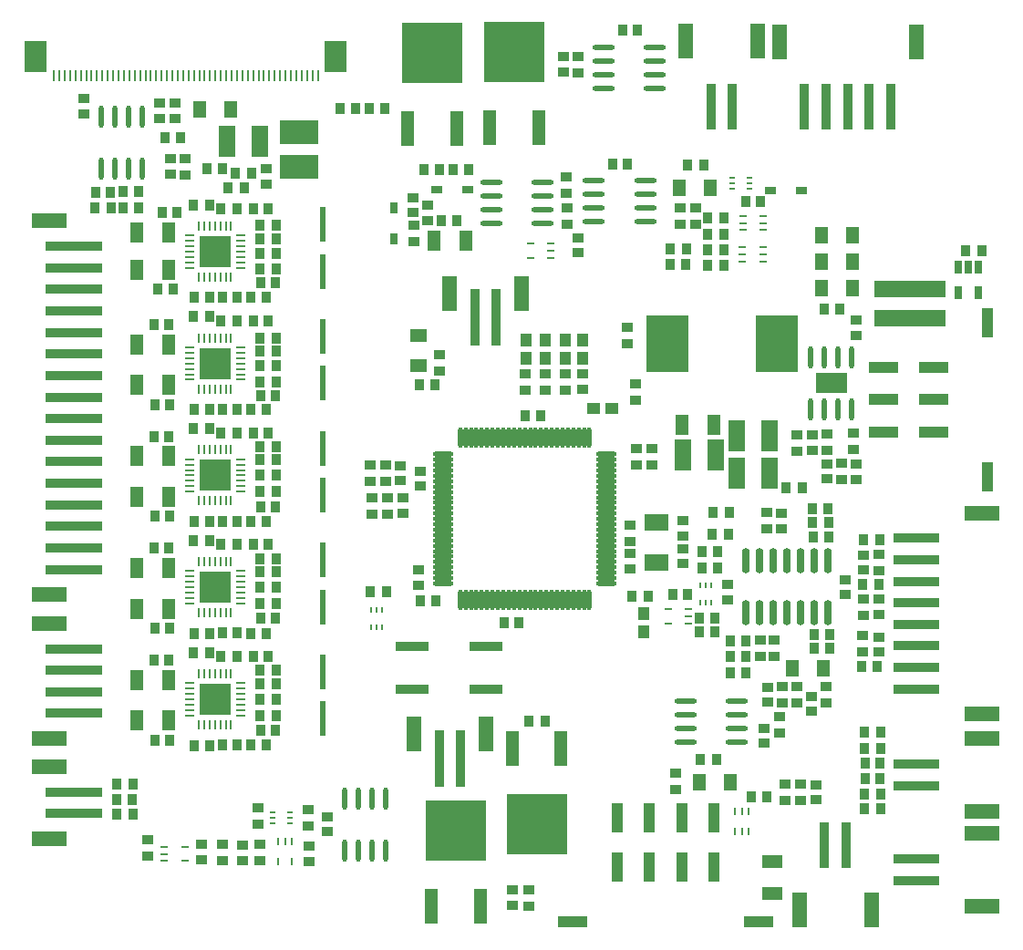
<source format=gtp>
%FSLAX25Y25*%
%MOIN*%
G70*
G01*
G75*
G04 Layer_Color=8421504*
%ADD10R,0.03543X0.02756*%
%ADD11R,0.02756X0.03543*%
%ADD12R,0.03150X0.03543*%
%ADD13R,0.01181X0.02559*%
%ADD14R,0.13780X0.08465*%
%ADD15R,0.05315X0.11024*%
%ADD16R,0.05906X0.13386*%
%ADD17R,0.03937X0.21654*%
%ADD18R,0.03347X0.01378*%
%ADD19R,0.02559X0.01181*%
%ADD20R,0.03543X0.03150*%
%ADD21C,0.03937*%
%ADD22R,0.13386X0.05906*%
%ADD23R,0.17716X0.03937*%
%ADD24R,0.12402X0.12402*%
%ADD25O,0.04134X0.00787*%
%ADD26O,0.00787X0.04134*%
%ADD27O,0.02362X0.08661*%
%ADD28R,0.21654X0.03937*%
%ADD29R,0.02756X0.13583*%
%ADD30R,0.25590X0.05709*%
%ADD31R,0.02362X0.04331*%
%ADD32R,0.01378X0.03543*%
%ADD33R,0.21850X0.21260*%
%ADD34R,0.03937X0.12008*%
%ADD35R,0.02362X0.03543*%
%ADD36R,0.03543X0.02362*%
%ADD37R,0.05118X0.07087*%
%ADD38R,0.07087X0.05118*%
%ADD39O,0.08661X0.02362*%
%ADD40R,0.04528X0.06890*%
%ADD41R,0.09055X0.12205*%
%ADD42R,0.00980X0.04331*%
%ADD43R,0.05000X0.11496*%
%ADD44R,0.11496X0.05000*%
%ADD45R,0.09449X0.06693*%
%ADD46O,0.01181X0.07087*%
%ADD47O,0.07087X0.01181*%
%ADD48R,0.15157X0.20276*%
%ADD49R,0.12205X0.07874*%
%ADD50R,0.03347X0.04134*%
%ADD51R,0.04134X0.03347*%
%ADD52R,0.03937X0.17716*%
%ADD53R,0.12598X0.03937*%
%ADD54R,0.01378X0.03347*%
%ADD55R,0.06890X0.04528*%
%ADD56C,0.00800*%
%ADD57C,0.01200*%
%ADD58C,0.00600*%
%ADD59C,0.02000*%
%ADD60C,0.01000*%
%ADD61C,0.02500*%
%ADD62C,0.01500*%
%ADD63R,0.10255X0.13405*%
%ADD64R,0.05906X0.05906*%
%ADD65C,0.05906*%
%ADD66C,0.23622*%
%ADD67C,0.06000*%
%ADD68C,0.02400*%
%ADD69C,0.04000*%
%ADD70C,0.05943*%
%ADD71C,0.05550*%
%ADD72C,0.03600*%
%ADD73C,0.14998*%
%ADD74C,0.00984*%
%ADD75C,0.02362*%
%ADD76C,0.01575*%
%ADD77C,0.00787*%
%ADD78R,0.06700X0.01600*%
%ADD79R,0.01600X0.06700*%
%ADD80R,0.12900X0.03400*%
%ADD81R,0.14400X0.11900*%
%ADD82R,0.04143X0.03356*%
%ADD83R,0.03356X0.04143*%
%ADD84R,0.03750X0.04143*%
%ADD85R,0.00630X0.02008*%
%ADD86R,0.14379X0.09065*%
%ADD87R,0.05915X0.11624*%
%ADD88R,0.05306X0.12786*%
%ADD89R,0.03337X0.21054*%
%ADD90R,0.02795X0.00827*%
%ADD91R,0.02008X0.00630*%
%ADD92R,0.04143X0.03750*%
%ADD93R,0.12786X0.05306*%
%ADD94R,0.17116X0.03337*%
%ADD95R,0.11402X0.11402*%
%ADD96O,0.03934X0.00587*%
%ADD97O,0.00587X0.03934*%
%ADD98O,0.02962X0.09261*%
%ADD99R,0.21054X0.03337*%
%ADD100R,0.02156X0.12983*%
%ADD101R,0.26191X0.06309*%
%ADD102R,0.02962X0.04931*%
%ADD103R,0.00827X0.02992*%
%ADD104R,0.22450X0.21860*%
%ADD105R,0.04537X0.12608*%
%ADD106R,0.02962X0.04143*%
%ADD107R,0.04143X0.02962*%
%ADD108R,0.04518X0.06487*%
%ADD109R,0.06487X0.04518*%
%ADD110O,0.08061X0.01762*%
%ADD111O,0.01762X0.08061*%
%ADD112R,0.05128X0.07490*%
%ADD113R,0.08455X0.11605*%
%ADD114R,0.00780X0.04131*%
%ADD115R,0.04400X0.10896*%
%ADD116R,0.10896X0.04400*%
%ADD117R,0.08849X0.06093*%
%ADD118O,0.01781X0.07687*%
%ADD119O,0.07687X0.01781*%
%ADD120R,0.15757X0.20876*%
%ADD121R,0.11605X0.07274*%
%ADD122R,0.03947X0.04734*%
%ADD123R,0.04734X0.03947*%
%ADD124R,0.03337X0.17116*%
%ADD125R,0.11998X0.03337*%
%ADD126R,0.00827X0.02795*%
%ADD127R,0.07490X0.05128*%
D82*
X249000Y259347D02*
D03*
Y265253D02*
D03*
X243400Y259347D02*
D03*
Y265253D02*
D03*
X279500Y73247D02*
D03*
Y79153D02*
D03*
X48700Y28447D02*
D03*
Y34353D02*
D03*
X225100Y143247D02*
D03*
Y149153D02*
D03*
X224100Y215747D02*
D03*
Y221653D02*
D03*
X296500Y90153D02*
D03*
Y84247D02*
D03*
X25400Y305453D02*
D03*
Y299547D02*
D03*
X241500Y52647D02*
D03*
Y58553D02*
D03*
X76000Y26647D02*
D03*
Y32553D02*
D03*
X83200Y26547D02*
D03*
Y32453D02*
D03*
X89700Y26647D02*
D03*
Y32553D02*
D03*
X232900Y177253D02*
D03*
Y171347D02*
D03*
X227300Y177253D02*
D03*
Y171347D02*
D03*
X53000Y303753D02*
D03*
Y297847D02*
D03*
X58600Y303753D02*
D03*
Y297847D02*
D03*
X107400Y45253D02*
D03*
Y39347D02*
D03*
X281500Y54653D02*
D03*
Y48747D02*
D03*
X287200D02*
D03*
Y54653D02*
D03*
X316004Y138553D02*
D03*
Y132647D02*
D03*
X286052Y84347D02*
D03*
Y90253D02*
D03*
X310400Y122253D02*
D03*
Y116347D02*
D03*
X309904Y103047D02*
D03*
Y108953D02*
D03*
X280752Y84347D02*
D03*
Y90253D02*
D03*
X272552Y101247D02*
D03*
Y107153D02*
D03*
X62300Y283353D02*
D03*
Y277447D02*
D03*
X277652Y107153D02*
D03*
Y101247D02*
D03*
X201175Y204653D02*
D03*
Y198747D02*
D03*
X193950Y204653D02*
D03*
Y198747D02*
D03*
X186726Y204653D02*
D03*
Y198747D02*
D03*
X207602Y204753D02*
D03*
Y198847D02*
D03*
X227000Y200953D02*
D03*
Y195047D02*
D03*
X145800Y258953D02*
D03*
Y253047D02*
D03*
X187900Y10147D02*
D03*
Y16053D02*
D03*
X155300Y205647D02*
D03*
Y211553D02*
D03*
X280348Y147847D02*
D03*
Y153753D02*
D03*
X274948Y153853D02*
D03*
Y147947D02*
D03*
X151000Y266453D02*
D03*
Y260547D02*
D03*
X206098Y320653D02*
D03*
Y314747D02*
D03*
X202100Y265353D02*
D03*
Y259447D02*
D03*
X201700Y276653D02*
D03*
Y270747D02*
D03*
X296867Y182715D02*
D03*
Y176810D02*
D03*
X306467Y182915D02*
D03*
Y177010D02*
D03*
X285900Y182153D02*
D03*
Y176247D02*
D03*
X307567Y165910D02*
D03*
Y171815D02*
D03*
X302167Y166110D02*
D03*
Y172015D02*
D03*
X136298Y153447D02*
D03*
Y159353D02*
D03*
X130696Y153447D02*
D03*
Y159353D02*
D03*
X135548Y165347D02*
D03*
Y171253D02*
D03*
X130096Y165347D02*
D03*
Y171253D02*
D03*
X88900Y40047D02*
D03*
Y45953D02*
D03*
D83*
X245453Y244800D02*
D03*
X239547D02*
D03*
X245553Y250200D02*
D03*
X239647D02*
D03*
X269147Y50000D02*
D03*
X275053D02*
D03*
X130047Y125050D02*
D03*
X135953D02*
D03*
X65347Y102800D02*
D03*
X71253D02*
D03*
X65347Y143700D02*
D03*
X71253D02*
D03*
X65347Y184600D02*
D03*
X71253D02*
D03*
X65347Y225500D02*
D03*
X71253D02*
D03*
X65347Y266400D02*
D03*
X71253D02*
D03*
X81353Y101300D02*
D03*
X75447D02*
D03*
X81353Y142200D02*
D03*
X75447D02*
D03*
X81353Y183100D02*
D03*
X75447D02*
D03*
X81353Y224000D02*
D03*
X75447D02*
D03*
X81353Y265000D02*
D03*
X75447D02*
D03*
X65547Y68700D02*
D03*
X71453D02*
D03*
X65547Y109600D02*
D03*
X71453D02*
D03*
X65547Y150600D02*
D03*
X71453D02*
D03*
X65547Y191600D02*
D03*
X71453D02*
D03*
X65547Y232500D02*
D03*
X71453D02*
D03*
X89647Y79700D02*
D03*
X95553D02*
D03*
X89647Y120600D02*
D03*
X95553D02*
D03*
X89647Y161500D02*
D03*
X95553D02*
D03*
X89747Y201800D02*
D03*
X95653D02*
D03*
X89647Y243000D02*
D03*
X95553D02*
D03*
Y96207D02*
D03*
X89647D02*
D03*
X95553Y137107D02*
D03*
X89647D02*
D03*
X95553Y178007D02*
D03*
X89647D02*
D03*
X95653Y217807D02*
D03*
X89747D02*
D03*
X95553Y259007D02*
D03*
X89647D02*
D03*
X95553Y85800D02*
D03*
X89647D02*
D03*
X95553Y126700D02*
D03*
X89647D02*
D03*
X95553Y167600D02*
D03*
X89647D02*
D03*
X95653Y207600D02*
D03*
X89747D02*
D03*
X95553Y248800D02*
D03*
X89647D02*
D03*
X95553Y91407D02*
D03*
X89647D02*
D03*
X95553Y132307D02*
D03*
X89647D02*
D03*
X95553Y173207D02*
D03*
X89647D02*
D03*
X95653Y212907D02*
D03*
X89747D02*
D03*
X95553Y254107D02*
D03*
X89647D02*
D03*
X347651Y249600D02*
D03*
X353557D02*
D03*
X291647Y150300D02*
D03*
X297553D02*
D03*
X297705Y145100D02*
D03*
X291799D02*
D03*
X255447Y154000D02*
D03*
X261353D02*
D03*
X147847Y200800D02*
D03*
X153753D02*
D03*
X310747Y45500D02*
D03*
X316653D02*
D03*
Y51100D02*
D03*
X310747D02*
D03*
Y73496D02*
D03*
X316653D02*
D03*
X250199Y115300D02*
D03*
X256105D02*
D03*
X316653Y67596D02*
D03*
X310747D02*
D03*
X316357Y144100D02*
D03*
X310451D02*
D03*
X256105Y110200D02*
D03*
X250199D02*
D03*
X315957Y127700D02*
D03*
X310051D02*
D03*
X315457Y97800D02*
D03*
X309551D02*
D03*
X80647Y278100D02*
D03*
X86553D02*
D03*
X70147Y279500D02*
D03*
X76053D02*
D03*
X54847Y290900D02*
D03*
X60753D02*
D03*
X298053Y109300D02*
D03*
X292147D02*
D03*
X251199Y133800D02*
D03*
X257105D02*
D03*
X261499Y107000D02*
D03*
X267405D02*
D03*
Y95400D02*
D03*
X261499D02*
D03*
X231653Y123200D02*
D03*
X225747D02*
D03*
X245947Y281000D02*
D03*
X251853D02*
D03*
X250747Y63681D02*
D03*
X256653D02*
D03*
X124753Y301800D02*
D03*
X118847D02*
D03*
X160147Y279200D02*
D03*
X166053D02*
D03*
X77947Y272600D02*
D03*
X83853D02*
D03*
X260905Y146100D02*
D03*
X254999D02*
D03*
X155847Y260500D02*
D03*
X161753D02*
D03*
X45453Y265300D02*
D03*
X39547D02*
D03*
X35253D02*
D03*
X29347D02*
D03*
X193853Y77500D02*
D03*
X187947D02*
D03*
X282047Y162900D02*
D03*
X287953D02*
D03*
X259253Y249900D02*
D03*
X253347D02*
D03*
X259253Y244300D02*
D03*
X253347D02*
D03*
X259253Y261500D02*
D03*
X253347D02*
D03*
X259253Y255600D02*
D03*
X253347D02*
D03*
X43153Y43700D02*
D03*
X37247D02*
D03*
X37247Y54600D02*
D03*
X43153D02*
D03*
D84*
X292344Y104200D02*
D03*
X297856D02*
D03*
X50944Y100000D02*
D03*
X56456D02*
D03*
X50944Y140900D02*
D03*
X56456D02*
D03*
X50944Y181800D02*
D03*
X56456D02*
D03*
X50944Y222700D02*
D03*
X56456D02*
D03*
X53944Y263500D02*
D03*
X59456D02*
D03*
X51144Y70700D02*
D03*
X56656D02*
D03*
X51144Y111600D02*
D03*
X56656D02*
D03*
X51144Y152500D02*
D03*
X56656D02*
D03*
X51144Y193400D02*
D03*
X56656D02*
D03*
X52344Y235600D02*
D03*
X57856D02*
D03*
X92656Y101300D02*
D03*
X87144D02*
D03*
X92656Y142200D02*
D03*
X87144D02*
D03*
X92656Y183100D02*
D03*
X87144D02*
D03*
X92656Y224000D02*
D03*
X87144D02*
D03*
X92656Y265000D02*
D03*
X87144D02*
D03*
X86344Y68900D02*
D03*
X91856D02*
D03*
X86344Y109800D02*
D03*
X91856D02*
D03*
X86344Y150700D02*
D03*
X91856D02*
D03*
X86344Y191600D02*
D03*
X91856D02*
D03*
X86344Y232500D02*
D03*
X91856D02*
D03*
X89844Y74300D02*
D03*
X95356D02*
D03*
X89844Y115200D02*
D03*
X95356D02*
D03*
X89844Y156100D02*
D03*
X95356D02*
D03*
X89944Y196700D02*
D03*
X95456D02*
D03*
X89844Y237900D02*
D03*
X95356D02*
D03*
X75844Y69000D02*
D03*
X81356D02*
D03*
X75844Y109900D02*
D03*
X81356D02*
D03*
X75844Y150800D02*
D03*
X81356D02*
D03*
X75844Y191700D02*
D03*
X81356D02*
D03*
X75844Y232600D02*
D03*
X81356D02*
D03*
X291644Y155300D02*
D03*
X297156D02*
D03*
X129744Y301800D02*
D03*
X135256D02*
D03*
X155256Y279200D02*
D03*
X149744D02*
D03*
X45256Y271200D02*
D03*
X39744D02*
D03*
X35056Y271100D02*
D03*
X29544D02*
D03*
X227656Y330300D02*
D03*
X222144D02*
D03*
X224056Y281400D02*
D03*
X218544D02*
D03*
X301523Y228362D02*
D03*
X296011D02*
D03*
X192156Y189300D02*
D03*
X186644D02*
D03*
X153956Y121800D02*
D03*
X148444D02*
D03*
X178844Y113500D02*
D03*
X184356D02*
D03*
X261696Y101200D02*
D03*
X267208D02*
D03*
X251396Y139800D02*
D03*
X256908D02*
D03*
X316456Y62400D02*
D03*
X310944D02*
D03*
X316456Y56700D02*
D03*
X310944D02*
D03*
X267244Y267800D02*
D03*
X272756D02*
D03*
X37444Y49000D02*
D03*
X42956D02*
D03*
X240544Y123900D02*
D03*
X246056D02*
D03*
D85*
X134268Y112150D02*
D03*
X132300D02*
D03*
X130332D02*
D03*
Y118450D02*
D03*
X132300D02*
D03*
X134268D02*
D03*
X254668Y127350D02*
D03*
X252700D02*
D03*
X250731D02*
D03*
Y121050D02*
D03*
X252700D02*
D03*
X254668D02*
D03*
D86*
X103800Y293098D02*
D03*
Y280302D02*
D03*
D87*
X77496Y289600D02*
D03*
X89504D02*
D03*
X256204Y175000D02*
D03*
X244196D02*
D03*
X264003Y181952D02*
D03*
X276011D02*
D03*
X264103Y168452D02*
D03*
X276111D02*
D03*
D88*
X158911Y234129D02*
D03*
X185289D02*
D03*
X286811Y8658D02*
D03*
X313189D02*
D03*
X271593Y326203D02*
D03*
X245215D02*
D03*
X279500Y326110D02*
D03*
X329500D02*
D03*
X172289Y72929D02*
D03*
X145911D02*
D03*
D89*
X176037Y225271D02*
D03*
X168163D02*
D03*
X155163Y64071D02*
D03*
X163037D02*
D03*
D90*
X196040Y247041D02*
D03*
Y249600D02*
D03*
Y252159D02*
D03*
X188560D02*
D03*
Y247041D02*
D03*
X266060Y250859D02*
D03*
Y248300D02*
D03*
Y245741D02*
D03*
X273540D02*
D03*
Y248300D02*
D03*
Y250859D02*
D03*
X62240Y31667D02*
D03*
Y26549D02*
D03*
X54760D02*
D03*
Y29108D02*
D03*
Y31667D02*
D03*
X266160Y262359D02*
D03*
Y259800D02*
D03*
Y257241D02*
D03*
X273640D02*
D03*
Y259800D02*
D03*
Y262359D02*
D03*
X238860Y113441D02*
D03*
Y118559D02*
D03*
X246340D02*
D03*
Y116000D02*
D03*
Y113441D02*
D03*
D91*
X262450Y276269D02*
D03*
Y274300D02*
D03*
Y272332D02*
D03*
X268750D02*
D03*
Y274300D02*
D03*
Y276269D02*
D03*
X100650Y44368D02*
D03*
Y42400D02*
D03*
Y40431D02*
D03*
X94350D02*
D03*
Y42400D02*
D03*
Y44368D02*
D03*
D92*
X206100Y248844D02*
D03*
Y254356D02*
D03*
X291400Y86756D02*
D03*
Y81244D02*
D03*
X244200Y135244D02*
D03*
Y140756D02*
D03*
X68200Y27044D02*
D03*
Y32556D02*
D03*
X107600Y31856D02*
D03*
Y26344D02*
D03*
X145500Y263544D02*
D03*
Y269056D02*
D03*
X182100Y10344D02*
D03*
Y15856D02*
D03*
X303552Y123844D02*
D03*
Y129356D02*
D03*
X200698Y320556D02*
D03*
Y315044D02*
D03*
X114300Y42712D02*
D03*
Y37200D02*
D03*
X244200Y150956D02*
D03*
Y145444D02*
D03*
X307567Y218806D02*
D03*
Y224318D02*
D03*
X296867Y166206D02*
D03*
Y171718D02*
D03*
X291467Y176806D02*
D03*
Y182318D02*
D03*
X148400Y169056D02*
D03*
Y163544D02*
D03*
X225100Y133344D02*
D03*
Y138856D02*
D03*
X147600Y132956D02*
D03*
Y127444D02*
D03*
X56900Y277744D02*
D03*
Y283256D02*
D03*
X91900Y274044D02*
D03*
Y279556D02*
D03*
X315804Y108456D02*
D03*
Y102944D02*
D03*
X315900Y116644D02*
D03*
Y122156D02*
D03*
X275452Y84544D02*
D03*
Y90056D02*
D03*
X260700Y127556D02*
D03*
Y122044D02*
D03*
X310204Y132944D02*
D03*
Y138456D02*
D03*
X292900Y48944D02*
D03*
Y54456D02*
D03*
X274100Y69544D02*
D03*
Y75056D02*
D03*
X141900Y159156D02*
D03*
Y153644D02*
D03*
X141000Y171056D02*
D03*
Y165544D02*
D03*
D93*
X353544Y153811D02*
D03*
Y80189D02*
D03*
X12771Y123893D02*
D03*
Y260507D02*
D03*
X353544Y10111D02*
D03*
Y36489D02*
D03*
X12677Y71237D02*
D03*
Y113363D02*
D03*
X353544Y44811D02*
D03*
Y71189D02*
D03*
X12685Y60989D02*
D03*
Y34611D02*
D03*
D94*
X329725Y89441D02*
D03*
Y97315D02*
D03*
Y105189D02*
D03*
Y113063D02*
D03*
Y120937D02*
D03*
Y128811D02*
D03*
Y136685D02*
D03*
Y144559D02*
D03*
Y27237D02*
D03*
Y19363D02*
D03*
Y61937D02*
D03*
Y54063D02*
D03*
D95*
X73200Y85707D02*
D03*
Y126607D02*
D03*
Y167507D02*
D03*
Y208407D02*
D03*
Y249307D02*
D03*
D96*
X63850Y79802D02*
D03*
Y81770D02*
D03*
Y83739D02*
D03*
Y85707D02*
D03*
Y87676D02*
D03*
Y89644D02*
D03*
Y91613D02*
D03*
X82550D02*
D03*
Y89644D02*
D03*
Y87676D02*
D03*
Y85707D02*
D03*
Y83739D02*
D03*
Y81770D02*
D03*
Y79802D02*
D03*
Y120702D02*
D03*
Y122670D02*
D03*
Y124639D02*
D03*
Y126607D02*
D03*
Y128576D02*
D03*
Y130544D02*
D03*
Y132513D02*
D03*
X63850D02*
D03*
Y130544D02*
D03*
Y128576D02*
D03*
Y126607D02*
D03*
Y124639D02*
D03*
Y122670D02*
D03*
Y120702D02*
D03*
Y161602D02*
D03*
Y163570D02*
D03*
Y165539D02*
D03*
Y167507D02*
D03*
Y169476D02*
D03*
Y171444D02*
D03*
Y173413D02*
D03*
X82550D02*
D03*
Y171444D02*
D03*
Y169476D02*
D03*
Y167507D02*
D03*
Y165539D02*
D03*
Y163570D02*
D03*
Y161602D02*
D03*
Y202502D02*
D03*
Y204470D02*
D03*
Y206439D02*
D03*
Y208407D02*
D03*
Y210376D02*
D03*
Y212344D02*
D03*
Y214313D02*
D03*
X63850D02*
D03*
Y212344D02*
D03*
Y210376D02*
D03*
Y208407D02*
D03*
Y206439D02*
D03*
Y204470D02*
D03*
Y202502D02*
D03*
Y243402D02*
D03*
Y245370D02*
D03*
Y247339D02*
D03*
Y249307D02*
D03*
Y251276D02*
D03*
Y253244D02*
D03*
Y255213D02*
D03*
X82550D02*
D03*
Y253244D02*
D03*
Y251276D02*
D03*
Y249307D02*
D03*
Y247339D02*
D03*
Y245370D02*
D03*
Y243402D02*
D03*
D97*
X67295Y95057D02*
D03*
X69263D02*
D03*
X71232D02*
D03*
X73200D02*
D03*
X75169D02*
D03*
X77137D02*
D03*
X79106D02*
D03*
Y76357D02*
D03*
X77137D02*
D03*
X75169D02*
D03*
X73200D02*
D03*
X71232D02*
D03*
X69263D02*
D03*
X67295D02*
D03*
Y117257D02*
D03*
X69263D02*
D03*
X71232D02*
D03*
X73200D02*
D03*
X75169D02*
D03*
X77137D02*
D03*
X79106D02*
D03*
Y135958D02*
D03*
X77137D02*
D03*
X75169D02*
D03*
X73200D02*
D03*
X71232D02*
D03*
X69263D02*
D03*
X67295D02*
D03*
Y176857D02*
D03*
X69263D02*
D03*
X71232D02*
D03*
X73200D02*
D03*
X75169D02*
D03*
X77137D02*
D03*
X79106D02*
D03*
Y158157D02*
D03*
X77137D02*
D03*
X75169D02*
D03*
X73200D02*
D03*
X71232D02*
D03*
X69263D02*
D03*
X67295D02*
D03*
Y199057D02*
D03*
X69263D02*
D03*
X71232D02*
D03*
X73200D02*
D03*
X75169D02*
D03*
X77137D02*
D03*
X79106D02*
D03*
Y217758D02*
D03*
X77137D02*
D03*
X75169D02*
D03*
X73200D02*
D03*
X71232D02*
D03*
X69263D02*
D03*
X67295D02*
D03*
Y258658D02*
D03*
X69263D02*
D03*
X71232D02*
D03*
X73200D02*
D03*
X75169D02*
D03*
X77137D02*
D03*
X79106D02*
D03*
Y239957D02*
D03*
X77137D02*
D03*
X75169D02*
D03*
X73200D02*
D03*
X71232D02*
D03*
X69263D02*
D03*
X67295D02*
D03*
D98*
X267352Y117351D02*
D03*
X272352D02*
D03*
X277352D02*
D03*
X282352D02*
D03*
X287352D02*
D03*
X292352D02*
D03*
X297352D02*
D03*
X267352Y136249D02*
D03*
X272352D02*
D03*
X277352D02*
D03*
X282352D02*
D03*
X287352D02*
D03*
X292352D02*
D03*
X297352D02*
D03*
D99*
X21629Y172515D02*
D03*
Y164641D02*
D03*
Y251255D02*
D03*
Y243381D02*
D03*
Y235507D02*
D03*
Y227633D02*
D03*
Y219759D02*
D03*
Y211885D02*
D03*
Y204011D02*
D03*
Y196137D02*
D03*
Y188263D02*
D03*
Y180389D02*
D03*
Y141019D02*
D03*
Y133145D02*
D03*
Y148893D02*
D03*
Y156767D02*
D03*
X21535Y80489D02*
D03*
Y88363D02*
D03*
Y104111D02*
D03*
Y96237D02*
D03*
X21543Y43863D02*
D03*
Y51737D02*
D03*
D100*
X112700Y78500D02*
D03*
Y95626D02*
D03*
Y119400D02*
D03*
Y136526D02*
D03*
Y160300D02*
D03*
Y177426D02*
D03*
Y201200D02*
D03*
Y218326D02*
D03*
Y242100D02*
D03*
Y259226D02*
D03*
D101*
X327404Y224987D02*
D03*
Y235813D02*
D03*
D102*
X352344Y243724D02*
D03*
X348604D02*
D03*
X344864D02*
D03*
Y234276D02*
D03*
X352344D02*
D03*
D103*
X101359Y33740D02*
D03*
X98800D02*
D03*
X96241D02*
D03*
Y26260D02*
D03*
X101359D02*
D03*
D104*
X152700Y322114D02*
D03*
X161400Y37714D02*
D03*
X182500Y322314D02*
D03*
X190800Y39986D02*
D03*
D105*
X161676Y294358D02*
D03*
X143724D02*
D03*
X170376Y9958D02*
D03*
X152424D02*
D03*
X191476Y294558D02*
D03*
X173524D02*
D03*
X181824Y67742D02*
D03*
X199776D02*
D03*
D106*
X138500Y253990D02*
D03*
Y265210D02*
D03*
D107*
X165510Y272100D02*
D03*
X154290D02*
D03*
X276390Y271600D02*
D03*
X287610D02*
D03*
D108*
X254310Y272600D02*
D03*
X243090D02*
D03*
X261610Y55181D02*
D03*
X250390D02*
D03*
X78810Y301200D02*
D03*
X67590D02*
D03*
X295057Y235962D02*
D03*
X306277D02*
D03*
X295057Y245662D02*
D03*
X306277D02*
D03*
X295057Y255362D02*
D03*
X306277D02*
D03*
X284442Y97000D02*
D03*
X295662D02*
D03*
D109*
X147500Y218810D02*
D03*
Y207590D02*
D03*
D110*
X215202Y324100D02*
D03*
Y319100D02*
D03*
Y314100D02*
D03*
Y309100D02*
D03*
X234100Y324100D02*
D03*
Y319100D02*
D03*
Y314100D02*
D03*
Y309100D02*
D03*
X230500Y260200D02*
D03*
Y265200D02*
D03*
Y270200D02*
D03*
Y275200D02*
D03*
X211602Y260200D02*
D03*
Y265200D02*
D03*
Y270200D02*
D03*
Y275200D02*
D03*
X264049Y69900D02*
D03*
Y74900D02*
D03*
Y79900D02*
D03*
Y84900D02*
D03*
X245151Y69900D02*
D03*
Y74900D02*
D03*
Y79900D02*
D03*
Y84900D02*
D03*
X193049Y259600D02*
D03*
Y264600D02*
D03*
Y269600D02*
D03*
Y274600D02*
D03*
X174151Y259600D02*
D03*
Y264600D02*
D03*
Y269600D02*
D03*
Y274600D02*
D03*
D111*
X120500Y30258D02*
D03*
X125500D02*
D03*
X130500D02*
D03*
X135500D02*
D03*
X120500Y49156D02*
D03*
X125500D02*
D03*
X130500D02*
D03*
X135500D02*
D03*
X46600Y298549D02*
D03*
X41600D02*
D03*
X36600D02*
D03*
X31600D02*
D03*
X46600Y279651D02*
D03*
X41600D02*
D03*
X36600D02*
D03*
X31600D02*
D03*
X291079Y191720D02*
D03*
X296079D02*
D03*
X301079D02*
D03*
X306079D02*
D03*
X291079Y210618D02*
D03*
X296079D02*
D03*
X301079D02*
D03*
X306079D02*
D03*
D112*
X164907Y253300D02*
D03*
X153293D02*
D03*
X56207Y77863D02*
D03*
X44593D02*
D03*
X56207Y118763D02*
D03*
X44593D02*
D03*
X56207Y159663D02*
D03*
X44593D02*
D03*
X56207Y200563D02*
D03*
X44593D02*
D03*
X56407Y242700D02*
D03*
X44793D02*
D03*
X56207Y92763D02*
D03*
X44593D02*
D03*
X56207Y133663D02*
D03*
X44593D02*
D03*
X56207Y174563D02*
D03*
X44593D02*
D03*
X56207Y215463D02*
D03*
X44593D02*
D03*
X56207Y256363D02*
D03*
X44593D02*
D03*
X255507Y186000D02*
D03*
X243893D02*
D03*
D113*
X117375Y320493D02*
D03*
X7768D02*
D03*
D114*
X110800Y313800D02*
D03*
X108832D02*
D03*
X106863D02*
D03*
X104894D02*
D03*
X102926D02*
D03*
X100958D02*
D03*
X98989D02*
D03*
X97021D02*
D03*
X95052D02*
D03*
X93084D02*
D03*
X91115D02*
D03*
X89147D02*
D03*
X87178D02*
D03*
X85210D02*
D03*
X83241D02*
D03*
X81272D02*
D03*
X79304D02*
D03*
X77335D02*
D03*
X75367D02*
D03*
X73398D02*
D03*
X71430D02*
D03*
X69461D02*
D03*
X67493D02*
D03*
X65524D02*
D03*
X63556D02*
D03*
X61587D02*
D03*
X59619D02*
D03*
X57650D02*
D03*
X55682D02*
D03*
X53713D02*
D03*
X51745D02*
D03*
X49776D02*
D03*
X47808D02*
D03*
X45839D02*
D03*
X43871D02*
D03*
X41902D02*
D03*
X39934D02*
D03*
X37965D02*
D03*
X35997D02*
D03*
X34028D02*
D03*
X32060D02*
D03*
X30091D02*
D03*
X28123D02*
D03*
X26154D02*
D03*
X24186D02*
D03*
X22217D02*
D03*
X20249D02*
D03*
X18280D02*
D03*
X16312D02*
D03*
X14343D02*
D03*
D115*
X255716Y24226D02*
D03*
X243905D02*
D03*
Y42415D02*
D03*
X255716D02*
D03*
X220284D02*
D03*
Y24226D02*
D03*
X232095D02*
D03*
Y42415D02*
D03*
X355704Y223350D02*
D03*
Y167050D02*
D03*
D116*
X203945Y4462D02*
D03*
X272055D02*
D03*
X335940Y183389D02*
D03*
X317751D02*
D03*
Y207011D02*
D03*
Y195200D02*
D03*
X335940D02*
D03*
Y207011D02*
D03*
D117*
X234700Y150383D02*
D03*
Y135817D02*
D03*
D118*
X162878Y121876D02*
D03*
X164846D02*
D03*
X166815D02*
D03*
X168783D02*
D03*
X170752D02*
D03*
X172720D02*
D03*
X174689D02*
D03*
X176657D02*
D03*
X178626D02*
D03*
X180594D02*
D03*
X182563D02*
D03*
X184532D02*
D03*
X186500D02*
D03*
X188469D02*
D03*
X190437D02*
D03*
X192406D02*
D03*
X194374D02*
D03*
X196343D02*
D03*
X198311D02*
D03*
X200280D02*
D03*
X202248D02*
D03*
X204217D02*
D03*
X206185D02*
D03*
X208154D02*
D03*
X210122D02*
D03*
Y181324D02*
D03*
X208154D02*
D03*
X206185D02*
D03*
X204217D02*
D03*
X202248D02*
D03*
X200280D02*
D03*
X198311D02*
D03*
X196343D02*
D03*
X194374D02*
D03*
X192406D02*
D03*
X190437D02*
D03*
X188469D02*
D03*
X186500D02*
D03*
X184532D02*
D03*
X182563D02*
D03*
X180594D02*
D03*
X178626D02*
D03*
X176657D02*
D03*
X174689D02*
D03*
X172720D02*
D03*
X170752D02*
D03*
X168783D02*
D03*
X166815D02*
D03*
X164846D02*
D03*
X162878D02*
D03*
D119*
X216224Y127978D02*
D03*
Y129946D02*
D03*
Y131915D02*
D03*
Y133883D02*
D03*
Y135852D02*
D03*
Y137820D02*
D03*
Y139789D02*
D03*
Y141757D02*
D03*
Y143726D02*
D03*
Y145694D02*
D03*
Y147663D02*
D03*
Y149631D02*
D03*
Y151600D02*
D03*
Y153568D02*
D03*
Y155537D02*
D03*
Y157506D02*
D03*
Y159474D02*
D03*
Y161443D02*
D03*
Y163411D02*
D03*
Y165380D02*
D03*
Y167348D02*
D03*
Y169317D02*
D03*
Y171285D02*
D03*
Y173254D02*
D03*
Y175222D02*
D03*
X156776D02*
D03*
Y173254D02*
D03*
Y171285D02*
D03*
Y169317D02*
D03*
Y167348D02*
D03*
Y165380D02*
D03*
Y163411D02*
D03*
Y161443D02*
D03*
Y159474D02*
D03*
Y157506D02*
D03*
Y155537D02*
D03*
Y153568D02*
D03*
Y151600D02*
D03*
Y149631D02*
D03*
Y147663D02*
D03*
Y145694D02*
D03*
Y143726D02*
D03*
Y141757D02*
D03*
Y139789D02*
D03*
Y137820D02*
D03*
Y135852D02*
D03*
Y133883D02*
D03*
Y131915D02*
D03*
Y129946D02*
D03*
Y127978D02*
D03*
D120*
X238720Y215600D02*
D03*
X278680D02*
D03*
D121*
X298579Y201169D02*
D03*
D122*
X230100Y117147D02*
D03*
Y110453D02*
D03*
X207700Y210428D02*
D03*
Y217121D02*
D03*
X186825Y217021D02*
D03*
Y210328D02*
D03*
X194049D02*
D03*
Y217021D02*
D03*
X201274D02*
D03*
Y210328D02*
D03*
D123*
X211554Y191900D02*
D03*
X218247D02*
D03*
D124*
X303937Y32477D02*
D03*
X296063D02*
D03*
X254467Y302384D02*
D03*
X262341D02*
D03*
X288752Y302291D02*
D03*
X296626D02*
D03*
X304500D02*
D03*
X320248D02*
D03*
X312374D02*
D03*
D125*
X145414Y105074D02*
D03*
Y89326D02*
D03*
X172186Y105074D02*
D03*
Y89326D02*
D03*
D126*
X268359Y37260D02*
D03*
X265800D02*
D03*
X263241D02*
D03*
Y44740D02*
D03*
X265800D02*
D03*
X268359D02*
D03*
D127*
X277100Y14693D02*
D03*
Y26307D02*
D03*
M02*

</source>
